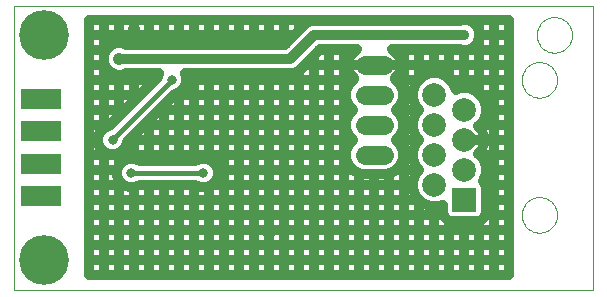
<source format=gbl>
G75*
G70*
%OFA0B0*%
%FSLAX24Y24*%
%IPPOS*%
%LPD*%
%AMOC8*
5,1,8,0,0,1.08239X$1,22.5*
%
%ADD10C,0.0000*%
%ADD11C,0.0787*%
%ADD12R,0.0787X0.0787*%
%ADD13R,0.1378X0.0669*%
%ADD14C,0.0640*%
%ADD15C,0.0413*%
%ADD16C,0.0320*%
%ADD17C,0.0356*%
%ADD18C,0.0160*%
%ADD19C,0.0317*%
%ADD20C,0.1660*%
D10*
X004680Y002050D02*
X004680Y011499D01*
X023971Y011499D01*
X023971Y002050D01*
X004680Y002050D01*
X021589Y004550D02*
X021591Y004598D01*
X021597Y004646D01*
X021607Y004693D01*
X021620Y004739D01*
X021638Y004784D01*
X021658Y004828D01*
X021683Y004870D01*
X021711Y004909D01*
X021741Y004946D01*
X021775Y004980D01*
X021812Y005012D01*
X021850Y005041D01*
X021891Y005066D01*
X021934Y005088D01*
X021979Y005106D01*
X022025Y005120D01*
X022072Y005131D01*
X022120Y005138D01*
X022168Y005141D01*
X022216Y005140D01*
X022264Y005135D01*
X022312Y005126D01*
X022358Y005114D01*
X022403Y005097D01*
X022447Y005077D01*
X022489Y005054D01*
X022529Y005027D01*
X022567Y004997D01*
X022602Y004964D01*
X022634Y004928D01*
X022664Y004890D01*
X022690Y004849D01*
X022712Y004806D01*
X022732Y004762D01*
X022747Y004717D01*
X022759Y004670D01*
X022767Y004622D01*
X022771Y004574D01*
X022771Y004526D01*
X022767Y004478D01*
X022759Y004430D01*
X022747Y004383D01*
X022732Y004338D01*
X022712Y004294D01*
X022690Y004251D01*
X022664Y004210D01*
X022634Y004172D01*
X022602Y004136D01*
X022567Y004103D01*
X022529Y004073D01*
X022489Y004046D01*
X022447Y004023D01*
X022403Y004003D01*
X022358Y003986D01*
X022312Y003974D01*
X022264Y003965D01*
X022216Y003960D01*
X022168Y003959D01*
X022120Y003962D01*
X022072Y003969D01*
X022025Y003980D01*
X021979Y003994D01*
X021934Y004012D01*
X021891Y004034D01*
X021850Y004059D01*
X021812Y004088D01*
X021775Y004120D01*
X021741Y004154D01*
X021711Y004191D01*
X021683Y004230D01*
X021658Y004272D01*
X021638Y004316D01*
X021620Y004361D01*
X021607Y004407D01*
X021597Y004454D01*
X021591Y004502D01*
X021589Y004550D01*
X021589Y009050D02*
X021591Y009098D01*
X021597Y009146D01*
X021607Y009193D01*
X021620Y009239D01*
X021638Y009284D01*
X021658Y009328D01*
X021683Y009370D01*
X021711Y009409D01*
X021741Y009446D01*
X021775Y009480D01*
X021812Y009512D01*
X021850Y009541D01*
X021891Y009566D01*
X021934Y009588D01*
X021979Y009606D01*
X022025Y009620D01*
X022072Y009631D01*
X022120Y009638D01*
X022168Y009641D01*
X022216Y009640D01*
X022264Y009635D01*
X022312Y009626D01*
X022358Y009614D01*
X022403Y009597D01*
X022447Y009577D01*
X022489Y009554D01*
X022529Y009527D01*
X022567Y009497D01*
X022602Y009464D01*
X022634Y009428D01*
X022664Y009390D01*
X022690Y009349D01*
X022712Y009306D01*
X022732Y009262D01*
X022747Y009217D01*
X022759Y009170D01*
X022767Y009122D01*
X022771Y009074D01*
X022771Y009026D01*
X022767Y008978D01*
X022759Y008930D01*
X022747Y008883D01*
X022732Y008838D01*
X022712Y008794D01*
X022690Y008751D01*
X022664Y008710D01*
X022634Y008672D01*
X022602Y008636D01*
X022567Y008603D01*
X022529Y008573D01*
X022489Y008546D01*
X022447Y008523D01*
X022403Y008503D01*
X022358Y008486D01*
X022312Y008474D01*
X022264Y008465D01*
X022216Y008460D01*
X022168Y008459D01*
X022120Y008462D01*
X022072Y008469D01*
X022025Y008480D01*
X021979Y008494D01*
X021934Y008512D01*
X021891Y008534D01*
X021850Y008559D01*
X021812Y008588D01*
X021775Y008620D01*
X021741Y008654D01*
X021711Y008691D01*
X021683Y008730D01*
X021658Y008772D01*
X021638Y008816D01*
X021620Y008861D01*
X021607Y008907D01*
X021597Y008954D01*
X021591Y009002D01*
X021589Y009050D01*
X022089Y010550D02*
X022091Y010598D01*
X022097Y010646D01*
X022107Y010693D01*
X022120Y010739D01*
X022138Y010784D01*
X022158Y010828D01*
X022183Y010870D01*
X022211Y010909D01*
X022241Y010946D01*
X022275Y010980D01*
X022312Y011012D01*
X022350Y011041D01*
X022391Y011066D01*
X022434Y011088D01*
X022479Y011106D01*
X022525Y011120D01*
X022572Y011131D01*
X022620Y011138D01*
X022668Y011141D01*
X022716Y011140D01*
X022764Y011135D01*
X022812Y011126D01*
X022858Y011114D01*
X022903Y011097D01*
X022947Y011077D01*
X022989Y011054D01*
X023029Y011027D01*
X023067Y010997D01*
X023102Y010964D01*
X023134Y010928D01*
X023164Y010890D01*
X023190Y010849D01*
X023212Y010806D01*
X023232Y010762D01*
X023247Y010717D01*
X023259Y010670D01*
X023267Y010622D01*
X023271Y010574D01*
X023271Y010526D01*
X023267Y010478D01*
X023259Y010430D01*
X023247Y010383D01*
X023232Y010338D01*
X023212Y010294D01*
X023190Y010251D01*
X023164Y010210D01*
X023134Y010172D01*
X023102Y010136D01*
X023067Y010103D01*
X023029Y010073D01*
X022989Y010046D01*
X022947Y010023D01*
X022903Y010003D01*
X022858Y009986D01*
X022812Y009974D01*
X022764Y009965D01*
X022716Y009960D01*
X022668Y009959D01*
X022620Y009962D01*
X022572Y009969D01*
X022525Y009980D01*
X022479Y009994D01*
X022434Y010012D01*
X022391Y010034D01*
X022350Y010059D01*
X022312Y010088D01*
X022275Y010120D01*
X022241Y010154D01*
X022211Y010191D01*
X022183Y010230D01*
X022158Y010272D01*
X022138Y010316D01*
X022120Y010361D01*
X022107Y010407D01*
X022097Y010454D01*
X022091Y010502D01*
X022089Y010550D01*
D11*
X018680Y008550D03*
X019680Y008050D03*
X018680Y007550D03*
X019680Y007050D03*
X018680Y006550D03*
X019680Y006050D03*
X018680Y005550D03*
D12*
X019680Y005050D03*
D13*
X005560Y005180D03*
X005560Y006260D03*
X005560Y007340D03*
X005560Y008420D03*
D14*
X016360Y008550D02*
X017000Y008550D01*
X017000Y007550D02*
X016360Y007550D01*
X016360Y006550D02*
X017000Y006550D01*
X017000Y009550D02*
X016360Y009550D01*
D15*
X020580Y007050D03*
X013180Y003926D03*
X007680Y008550D03*
X008180Y009750D03*
X008680Y010750D03*
D16*
X008680Y011050D02*
X008680Y010230D01*
X008397Y010230D02*
X008285Y010277D01*
X008075Y010277D01*
X007882Y010197D01*
X007733Y010048D01*
X007653Y009855D01*
X007653Y009645D01*
X007733Y009452D01*
X007882Y009303D01*
X008075Y009223D01*
X008285Y009223D01*
X008397Y009270D01*
X009503Y009270D01*
X009452Y009145D01*
X009452Y009137D01*
X007834Y007520D01*
X007679Y007456D01*
X007544Y007321D01*
X007471Y007145D01*
X007471Y006955D01*
X007544Y006779D01*
X007679Y006644D01*
X007855Y006572D01*
X008045Y006572D01*
X008221Y006644D01*
X008356Y006779D01*
X008428Y006955D01*
X008428Y006983D01*
X010017Y008572D01*
X010025Y008572D01*
X010201Y008644D01*
X010336Y008779D01*
X010408Y008955D01*
X010408Y009145D01*
X010357Y009270D01*
X013975Y009270D01*
X014152Y009343D01*
X014287Y009478D01*
X014879Y010070D01*
X016103Y010070D01*
X016056Y010046D01*
X015982Y009992D01*
X015918Y009928D01*
X015864Y009854D01*
X015822Y009773D01*
X015794Y009686D01*
X015780Y009596D01*
X015780Y009550D01*
X016680Y009550D01*
X021180Y009550D01*
X021180Y010050D02*
X017296Y010050D01*
X017304Y010046D02*
X017257Y010070D01*
X019537Y010070D01*
X019581Y010052D01*
X019779Y010052D01*
X019962Y010128D01*
X020102Y010268D01*
X020178Y010451D01*
X020178Y010649D01*
X020102Y010832D01*
X019962Y010972D01*
X019779Y011048D01*
X019581Y011048D01*
X019537Y011030D01*
X014585Y011030D01*
X014408Y010957D01*
X013681Y010230D01*
X008397Y010230D01*
X008180Y010277D02*
X008180Y011050D01*
X007680Y011050D02*
X007680Y009919D01*
X007735Y010050D02*
X007180Y010050D01*
X007180Y009550D02*
X007693Y009550D01*
X007680Y009581D02*
X007680Y007456D01*
X007864Y007550D02*
X007180Y007550D01*
X007180Y008050D02*
X008364Y008050D01*
X008180Y007866D02*
X008180Y009223D01*
X008680Y009270D02*
X008680Y008366D01*
X008864Y008550D02*
X007180Y008550D01*
X007180Y009050D02*
X009364Y009050D01*
X009180Y008866D02*
X009180Y009270D01*
X008180Y009750D02*
X013880Y009750D01*
X014680Y010550D01*
X019680Y010550D01*
X020178Y010550D02*
X021180Y010550D01*
X021180Y011050D02*
X021180Y002550D01*
X007180Y002550D01*
X007180Y011050D01*
X021180Y011050D01*
X020680Y011050D02*
X020680Y002550D01*
X020180Y002550D02*
X020180Y004354D01*
X020137Y004336D02*
X020255Y004385D01*
X020345Y004475D01*
X020394Y004593D01*
X020394Y005507D01*
X020345Y005625D01*
X020297Y005673D01*
X020394Y005908D01*
X020394Y006192D01*
X020285Y006454D01*
X020147Y006592D01*
X020173Y006618D01*
X020225Y006686D01*
X020268Y006760D01*
X020300Y006839D01*
X020323Y006922D01*
X020334Y007007D01*
X020334Y007050D01*
X020334Y007093D01*
X020323Y007178D01*
X020300Y007261D01*
X020268Y007340D01*
X020225Y007414D01*
X020173Y007482D01*
X020147Y007508D01*
X020285Y007646D01*
X020394Y007908D01*
X020394Y008192D01*
X020285Y008454D01*
X020084Y008655D01*
X019822Y008764D01*
X019538Y008764D01*
X019389Y008702D01*
X019285Y008954D01*
X019084Y009155D01*
X018822Y009264D01*
X018538Y009264D01*
X018276Y009155D01*
X018075Y008954D01*
X017966Y008692D01*
X017966Y008408D01*
X018075Y008146D01*
X018171Y008050D01*
X018075Y007954D01*
X017966Y007692D01*
X017966Y007408D01*
X018075Y007146D01*
X018171Y007050D01*
X018075Y006954D01*
X017966Y006692D01*
X017966Y006408D01*
X018075Y006146D01*
X018171Y006050D01*
X017405Y006050D01*
X017363Y006007D02*
X017543Y006187D01*
X017640Y006423D01*
X017640Y006677D01*
X017543Y006913D01*
X017405Y007050D01*
X018171Y007050D01*
X017543Y007187D02*
X017640Y007423D01*
X017640Y007677D01*
X017543Y007913D01*
X017405Y008050D01*
X018171Y008050D01*
X017543Y008187D02*
X017640Y008423D01*
X017640Y008677D01*
X017543Y008913D01*
X017363Y009093D01*
X017359Y009094D01*
X017378Y009108D01*
X017442Y009172D01*
X017496Y009246D01*
X017538Y009327D01*
X017566Y009414D01*
X017580Y009504D01*
X017580Y009550D01*
X017580Y009596D01*
X017566Y009686D01*
X017538Y009773D01*
X017496Y009854D01*
X017442Y009928D01*
X017378Y009992D01*
X017304Y010046D01*
X017680Y010070D02*
X017680Y002550D01*
X017180Y002550D02*
X017180Y005932D01*
X017127Y005910D02*
X017363Y006007D01*
X017127Y005910D02*
X016233Y005910D01*
X015997Y006007D01*
X015817Y006187D01*
X015720Y006423D01*
X015720Y006677D01*
X015817Y006913D01*
X015955Y007050D01*
X008496Y007050D01*
X008680Y007234D02*
X008680Y006426D01*
X008675Y006428D02*
X008485Y006428D01*
X008309Y006356D01*
X008174Y006221D01*
X008102Y006045D01*
X008102Y005855D01*
X008174Y005679D01*
X008309Y005544D01*
X008485Y005472D01*
X008675Y005472D01*
X008851Y005544D01*
X008857Y005550D01*
X010703Y005550D01*
X010709Y005544D01*
X010885Y005472D01*
X011075Y005472D01*
X011251Y005544D01*
X011386Y005679D01*
X011458Y005855D01*
X011458Y006045D01*
X011386Y006221D01*
X011251Y006356D01*
X011075Y006428D01*
X010885Y006428D01*
X010709Y006356D01*
X010703Y006350D01*
X008857Y006350D01*
X008851Y006356D01*
X008675Y006428D01*
X009180Y006350D02*
X009180Y007734D01*
X008996Y007550D02*
X015720Y007550D01*
X015720Y007677D02*
X015720Y007423D01*
X015817Y007187D01*
X015955Y007050D01*
X015720Y006550D02*
X007180Y006550D01*
X007680Y006644D02*
X007680Y002550D01*
X007180Y002550D02*
X021180Y002550D01*
X021180Y003050D02*
X007180Y003050D01*
X007180Y002550D02*
X007180Y011050D01*
X007180Y010550D02*
X014001Y010550D01*
X014180Y010729D02*
X014180Y011050D01*
X013680Y011050D02*
X013680Y010230D01*
X013180Y010230D02*
X013180Y011050D01*
X012680Y011050D02*
X012680Y010230D01*
X012180Y010230D02*
X012180Y011050D01*
X011680Y011050D02*
X011680Y010230D01*
X011180Y010230D02*
X011180Y011050D01*
X010680Y011050D02*
X010680Y010230D01*
X010180Y010230D02*
X010180Y011050D01*
X009680Y011050D02*
X009680Y010230D01*
X009180Y010230D02*
X009180Y011050D01*
X010680Y009270D02*
X010680Y006350D01*
X010180Y006350D02*
X010180Y008636D01*
X009996Y008550D02*
X015720Y008550D01*
X015720Y008677D02*
X015720Y008423D01*
X015817Y008187D01*
X015955Y008050D01*
X009496Y008050D01*
X009680Y008234D02*
X009680Y006350D01*
X009680Y005550D02*
X009680Y002550D01*
X009180Y002550D02*
X009180Y005550D01*
X008680Y005474D02*
X008680Y002550D01*
X008180Y002550D02*
X008180Y005673D01*
X008303Y005550D02*
X007180Y005550D01*
X007180Y005050D02*
X018171Y005050D01*
X018180Y005041D02*
X018180Y002550D01*
X018680Y002550D02*
X018680Y004836D01*
X018538Y004836D02*
X018822Y004836D01*
X018966Y004896D01*
X018966Y004593D01*
X019015Y004475D01*
X019105Y004385D01*
X019223Y004336D01*
X020137Y004336D01*
X020376Y004550D02*
X021180Y004550D01*
X021180Y004050D02*
X007180Y004050D01*
X007180Y004550D02*
X018984Y004550D01*
X019180Y004354D02*
X019180Y002550D01*
X019680Y002550D02*
X019680Y004336D01*
X018538Y004836D02*
X018276Y004945D01*
X018075Y005146D01*
X017966Y005408D01*
X017966Y005692D01*
X018075Y005954D01*
X018171Y006050D01*
X017966Y006550D02*
X017640Y006550D01*
X017405Y007050D02*
X017543Y007187D01*
X017640Y007550D02*
X017966Y007550D01*
X017405Y008050D02*
X017543Y008187D01*
X017640Y008550D02*
X017966Y008550D01*
X018171Y009050D02*
X017405Y009050D01*
X018180Y009059D02*
X018180Y010070D01*
X018680Y010070D02*
X018680Y009264D01*
X019180Y009059D02*
X019180Y010070D01*
X019680Y010052D02*
X019680Y008764D01*
X020180Y008559D02*
X020180Y011050D01*
X019680Y011048D02*
X019680Y011050D01*
X019180Y011030D02*
X019180Y011050D01*
X018680Y011030D02*
X018680Y011050D01*
X018180Y011030D02*
X018180Y011050D01*
X017680Y011030D02*
X017680Y011050D01*
X017180Y011030D02*
X017180Y011050D01*
X016680Y011030D02*
X016680Y011050D01*
X016180Y011030D02*
X016180Y011050D01*
X015680Y011030D02*
X015680Y011050D01*
X015180Y011030D02*
X015180Y011050D01*
X014680Y011030D02*
X014680Y011050D01*
X015180Y010070D02*
X015180Y002550D01*
X014680Y002550D02*
X014680Y009871D01*
X014859Y010050D02*
X016064Y010050D01*
X015680Y010070D02*
X015680Y002550D01*
X016180Y002550D02*
X016180Y005932D01*
X015955Y006050D02*
X011456Y006050D01*
X011180Y006385D02*
X011180Y009270D01*
X011680Y009270D02*
X011680Y002550D01*
X012180Y002550D02*
X012180Y009270D01*
X012680Y009270D02*
X012680Y002550D01*
X013180Y002550D02*
X013180Y009270D01*
X013680Y009270D02*
X013680Y002550D01*
X014180Y002550D02*
X014180Y009371D01*
X014359Y009550D02*
X016680Y009550D01*
X017580Y009550D01*
X016680Y009550D01*
X016680Y009550D01*
X016680Y009550D01*
X015780Y009550D01*
X015780Y009504D01*
X015794Y009414D01*
X015822Y009327D01*
X015864Y009246D01*
X015918Y009172D01*
X015982Y009108D01*
X016001Y009094D01*
X015997Y009093D01*
X015817Y008913D01*
X015720Y008677D01*
X015955Y009050D02*
X010408Y009050D01*
X007471Y007050D02*
X007180Y007050D01*
X008180Y006627D02*
X008180Y006227D01*
X008104Y006050D02*
X007180Y006050D01*
X010180Y005550D02*
X010180Y002550D01*
X010680Y002550D02*
X010680Y005550D01*
X011180Y005515D02*
X011180Y002550D01*
X007180Y003550D02*
X021180Y003550D01*
X021180Y005050D02*
X020394Y005050D01*
X020376Y005550D02*
X021180Y005550D01*
X021180Y006050D02*
X020394Y006050D01*
X020189Y006550D02*
X021180Y006550D01*
X021180Y007050D02*
X019680Y007050D01*
X020334Y007050D01*
X019680Y007050D01*
X019680Y007050D01*
X020180Y007050D02*
X020180Y007050D01*
X020180Y007472D02*
X020180Y007541D01*
X020189Y007550D02*
X021180Y007550D01*
X021180Y008050D02*
X020394Y008050D01*
X020189Y008550D02*
X021180Y008550D01*
X021180Y009050D02*
X019189Y009050D01*
X017180Y009550D02*
X017180Y009550D01*
X016180Y009550D02*
X016180Y009550D01*
X015955Y008050D02*
X015817Y007913D01*
X015720Y007677D01*
X016680Y005910D02*
X016680Y002550D01*
X017966Y005550D02*
X011257Y005550D01*
X020180Y006559D02*
X020180Y006628D01*
D17*
X019680Y010550D03*
D18*
X010980Y005950D02*
X008580Y005950D01*
X007950Y007050D02*
X007930Y007050D01*
X009930Y009050D01*
D19*
X009930Y009050D03*
X007950Y007050D03*
X008580Y005950D03*
X010980Y005950D03*
D20*
X005680Y003050D03*
X005680Y010550D03*
M02*

</source>
